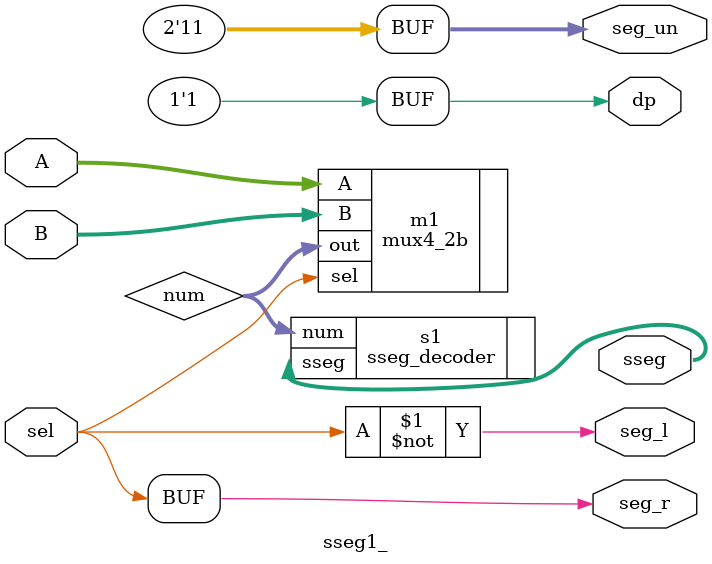
<source format=sv>
`timescale 1ns / 1ps


module sseg1_(
    input [3:0] A,
    input [3:0] B,
    input sel,
    output [1:0] seg_un,
    output dp,
    output [6:0] sseg,
    output seg_l,
    output seg_r
    );
    
    wire [3:0] num;
    
    mux4_2b m1(
    .A(A), .B(B), 
    .sel(sel), .out(num)
    );
    
    sseg_decoder s1(
    .num(num), .sseg(sseg)
    );
    
    assign seg_r = sel;
    assign seg_l = ~sel;
    assign dp=1'b1 ;
    assign seg_un = 2'b11;
endmodule


</source>
